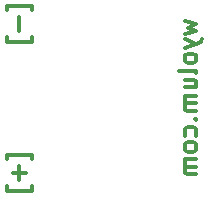
<source format=gbo>
G04 #@! TF.GenerationSoftware,KiCad,Pcbnew,5.0.0-fee4fd1~66~ubuntu16.04.1*
G04 #@! TF.CreationDate,2018-08-14T22:38:02+05:30*
G04 #@! TF.ProjectId,1sqinch555,317371696E63683535352E6B69636164,rev?*
G04 #@! TF.SameCoordinates,Original*
G04 #@! TF.FileFunction,Legend,Bot*
G04 #@! TF.FilePolarity,Positive*
%FSLAX46Y46*%
G04 Gerber Fmt 4.6, Leading zero omitted, Abs format (unit mm)*
G04 Created by KiCad (PCBNEW 5.0.0-fee4fd1~66~ubuntu16.04.1) date Tue Aug 14 22:38:02 2018*
%MOMM*%
%LPD*%
G01*
G04 APERTURE LIST*
%ADD10C,0.300000*%
%ADD11R,2.400000X3.400000*%
%ADD12C,4.200000*%
%ADD13R,2.400000X2.400000*%
%ADD14C,2.400000*%
%ADD15C,0.254000*%
G04 APERTURE END LIST*
D10*
X55678571Y-43428571D02*
X56678571Y-43714285D01*
X55964285Y-44000000D01*
X56678571Y-44285714D01*
X55678571Y-44571428D01*
X55678571Y-45000000D02*
X56678571Y-45357142D01*
X55678571Y-45714285D02*
X56678571Y-45357142D01*
X57035714Y-45214285D01*
X57107142Y-45142857D01*
X57178571Y-45000000D01*
X56678571Y-46500000D02*
X56607142Y-46357142D01*
X56535714Y-46285714D01*
X56392857Y-46214285D01*
X55964285Y-46214285D01*
X55821428Y-46285714D01*
X55750000Y-46357142D01*
X55678571Y-46500000D01*
X55678571Y-46714285D01*
X55750000Y-46857142D01*
X55821428Y-46928571D01*
X55964285Y-47000000D01*
X56392857Y-47000000D01*
X56535714Y-46928571D01*
X56607142Y-46857142D01*
X56678571Y-46714285D01*
X56678571Y-46500000D01*
X56678571Y-47857142D02*
X56607142Y-47714285D01*
X56464285Y-47642857D01*
X55178571Y-47642857D01*
X55678571Y-49071428D02*
X56678571Y-49071428D01*
X55678571Y-48428571D02*
X56464285Y-48428571D01*
X56607142Y-48499999D01*
X56678571Y-48642857D01*
X56678571Y-48857142D01*
X56607142Y-49000000D01*
X56535714Y-49071428D01*
X56678571Y-49785714D02*
X55678571Y-49785714D01*
X55821428Y-49785714D02*
X55750000Y-49857142D01*
X55678571Y-50000000D01*
X55678571Y-50214285D01*
X55750000Y-50357142D01*
X55892857Y-50428571D01*
X56678571Y-50428571D01*
X55892857Y-50428571D02*
X55750000Y-50500000D01*
X55678571Y-50642857D01*
X55678571Y-50857142D01*
X55750000Y-50999999D01*
X55892857Y-51071428D01*
X56678571Y-51071428D01*
X56535714Y-51785714D02*
X56607142Y-51857142D01*
X56678571Y-51785714D01*
X56607142Y-51714285D01*
X56535714Y-51785714D01*
X56678571Y-51785714D01*
X56607142Y-53142857D02*
X56678571Y-53000000D01*
X56678571Y-52714285D01*
X56607142Y-52571428D01*
X56535714Y-52500000D01*
X56392857Y-52428571D01*
X55964285Y-52428571D01*
X55821428Y-52500000D01*
X55750000Y-52571428D01*
X55678571Y-52714285D01*
X55678571Y-53000000D01*
X55750000Y-53142857D01*
X56678571Y-53999999D02*
X56607142Y-53857142D01*
X56535714Y-53785714D01*
X56392857Y-53714285D01*
X55964285Y-53714285D01*
X55821428Y-53785714D01*
X55750000Y-53857142D01*
X55678571Y-53999999D01*
X55678571Y-54214285D01*
X55750000Y-54357142D01*
X55821428Y-54428571D01*
X55964285Y-54499999D01*
X56392857Y-54499999D01*
X56535714Y-54428571D01*
X56607142Y-54357142D01*
X56678571Y-54214285D01*
X56678571Y-53999999D01*
X56678571Y-55142857D02*
X55678571Y-55142857D01*
X55821428Y-55142857D02*
X55750000Y-55214285D01*
X55678571Y-55357142D01*
X55678571Y-55571428D01*
X55750000Y-55714285D01*
X55892857Y-55785714D01*
X56678571Y-55785714D01*
X55892857Y-55785714D02*
X55750000Y-55857142D01*
X55678571Y-55999999D01*
X55678571Y-56214285D01*
X55750000Y-56357142D01*
X55892857Y-56428571D01*
X56678571Y-56428571D01*
X40621428Y-57442857D02*
X40621428Y-57800000D01*
X42764285Y-57800000D01*
X42764285Y-57442857D01*
X41692857Y-56871428D02*
X41692857Y-55728571D01*
X41121428Y-56300000D02*
X42264285Y-56300000D01*
X40621428Y-55157142D02*
X40621428Y-54800000D01*
X42764285Y-54800000D01*
X42764285Y-55157142D01*
X40621428Y-44842857D02*
X40621428Y-45200000D01*
X42764285Y-45200000D01*
X42764285Y-44842857D01*
X41692857Y-44271428D02*
X41692857Y-43128571D01*
X40621428Y-42557142D02*
X40621428Y-42200000D01*
X42764285Y-42200000D01*
X42764285Y-42557142D01*
%LPC*%
D11*
G04 #@! TO.C,J6*
X39000000Y-61000000D03*
G04 #@! TD*
G04 #@! TO.C,J8*
X50000000Y-50000000D03*
G04 #@! TD*
G04 #@! TO.C,J10*
X50000000Y-38999999D03*
G04 #@! TD*
G04 #@! TO.C,J12*
X61000000Y-61000000D03*
G04 #@! TD*
G04 #@! TO.C,J14*
X61000001Y-50000000D03*
G04 #@! TD*
G04 #@! TO.C,J16*
X61000000Y-39000000D03*
G04 #@! TD*
G04 #@! TO.C,J18*
X39000000Y-39000000D03*
G04 #@! TD*
G04 #@! TO.C,J20*
X38999999Y-50000000D03*
G04 #@! TD*
G04 #@! TO.C,J22*
X50000000Y-61000001D03*
G04 #@! TD*
G04 #@! TO.C,J24*
X44500000Y-50000000D03*
G04 #@! TD*
G04 #@! TO.C,J26*
X44500000Y-39000000D03*
G04 #@! TD*
G04 #@! TO.C,J28*
X44500000Y-61000000D03*
G04 #@! TD*
D12*
G04 #@! TO.C,BT1*
X50000000Y-43650000D03*
X50000000Y-56350000D03*
G04 #@! TD*
D13*
G04 #@! TO.C,J7*
X64500000Y-59500000D03*
G04 #@! TD*
G04 #@! TO.C,J9*
X75500000Y-59499999D03*
G04 #@! TD*
G04 #@! TO.C,J11*
X86500000Y-59500000D03*
G04 #@! TD*
G04 #@! TO.C,J13*
X89500000Y-59500000D03*
G04 #@! TD*
G04 #@! TO.C,J15*
X100500000Y-59499999D03*
G04 #@! TD*
G04 #@! TO.C,J17*
X111500000Y-59500000D03*
G04 #@! TD*
G04 #@! TO.C,J19*
X114500000Y-59500000D03*
G04 #@! TD*
G04 #@! TO.C,J21*
X125500000Y-59499999D03*
G04 #@! TD*
G04 #@! TO.C,J23*
X136500000Y-59500000D03*
G04 #@! TD*
G04 #@! TO.C,J25*
X81000000Y-59500000D03*
G04 #@! TD*
G04 #@! TO.C,J27*
X106000000Y-59500000D03*
G04 #@! TD*
G04 #@! TO.C,J29*
X131000000Y-59500000D03*
G04 #@! TD*
D14*
G04 #@! TO.C,J30*
X70000000Y-41000000D03*
G04 #@! TD*
G04 #@! TO.C,J31*
X81000000Y-41000000D03*
G04 #@! TD*
G04 #@! TO.C,J32*
X95000000Y-41000000D03*
G04 #@! TD*
G04 #@! TO.C,J33*
X106000000Y-41000000D03*
G04 #@! TD*
G04 #@! TO.C,J34*
X131000000Y-41000000D03*
G04 #@! TD*
G04 #@! TO.C,J35*
X120000000Y-41000000D03*
G04 #@! TD*
D15*
G36*
X112873000Y-62373000D02*
X88127000Y-62373000D01*
X88127000Y-37127000D01*
X112873000Y-37127000D01*
X112873000Y-62373000D01*
X112873000Y-62373000D01*
G37*
X112873000Y-62373000D02*
X88127000Y-62373000D01*
X88127000Y-37127000D01*
X112873000Y-37127000D01*
X112873000Y-62373000D01*
G36*
X137873000Y-62373000D02*
X113127000Y-62373000D01*
X113127000Y-37127000D01*
X137873000Y-37127000D01*
X137873000Y-62373000D01*
X137873000Y-62373000D01*
G37*
X137873000Y-62373000D02*
X113127000Y-62373000D01*
X113127000Y-37127000D01*
X137873000Y-37127000D01*
X137873000Y-62373000D01*
G36*
X87873000Y-62373000D02*
X63127000Y-62373000D01*
X63127000Y-37127000D01*
X87873000Y-37127000D01*
X87873000Y-62373000D01*
X87873000Y-62373000D01*
G37*
X87873000Y-62373000D02*
X63127000Y-62373000D01*
X63127000Y-37127000D01*
X87873000Y-37127000D01*
X87873000Y-62373000D01*
M02*

</source>
